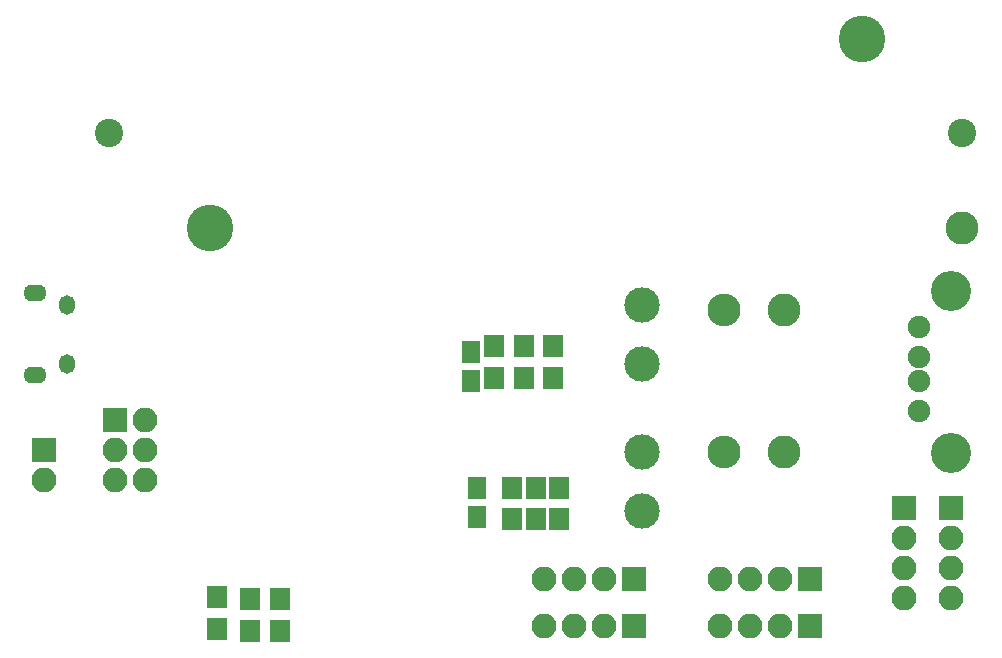
<source format=gbr>
G04 #@! TF.FileFunction,Soldermask,Bot*
%FSLAX46Y46*%
G04 Gerber Fmt 4.6, Leading zero omitted, Abs format (unit mm)*
G04 Created by KiCad (PCBNEW 4.0.7) date 11/27/17 19:20:33*
%MOMM*%
%LPD*%
G01*
G04 APERTURE LIST*
%ADD10C,0.100000*%
%ADD11R,1.650000X1.900000*%
%ADD12R,2.100000X2.100000*%
%ADD13O,2.100000X2.100000*%
%ADD14O,1.350000X1.650000*%
%ADD15O,1.950000X1.400000*%
%ADD16C,1.900000*%
%ADD17C,3.400000*%
%ADD18C,3.000000*%
%ADD19C,2.800000*%
%ADD20O,2.800000X2.800000*%
%ADD21R,1.700000X1.900000*%
%ADD22C,2.400000*%
%ADD23C,3.950000*%
%ADD24C,2.790000*%
G04 APERTURE END LIST*
D10*
D11*
X125500000Y-72500000D03*
X125500000Y-75000000D03*
X126000000Y-84000000D03*
X126000000Y-86500000D03*
D12*
X154250000Y-95750000D03*
D13*
X151710000Y-95750000D03*
X149170000Y-95750000D03*
X146630000Y-95750000D03*
D12*
X89400000Y-80800000D03*
D13*
X89400000Y-83340000D03*
D14*
X91350000Y-68500000D03*
X91350000Y-73500000D03*
D15*
X88650000Y-67500000D03*
X88650000Y-74500000D03*
D16*
X163500000Y-70430000D03*
X163500000Y-72970000D03*
X163500000Y-75000000D03*
X163500000Y-77540000D03*
D17*
X166170000Y-67380000D03*
X166170000Y-81100000D03*
D18*
X140000000Y-73500000D03*
X140000000Y-68500000D03*
X140000000Y-81000000D03*
X140000000Y-86000000D03*
D19*
X152000000Y-69000000D03*
D20*
X146920000Y-69000000D03*
D19*
X152000000Y-81000000D03*
D20*
X146920000Y-81000000D03*
D21*
X130000000Y-74700000D03*
X130000000Y-72000000D03*
X132500000Y-72000000D03*
X132500000Y-74700000D03*
X127500000Y-72000000D03*
X127500000Y-74700000D03*
X129000000Y-84000000D03*
X129000000Y-86700000D03*
X133000000Y-84000000D03*
X133000000Y-86700000D03*
X131000000Y-86700000D03*
X131000000Y-84000000D03*
X104000000Y-96000000D03*
X104000000Y-93300000D03*
X109400000Y-96150000D03*
X109400000Y-93450000D03*
X106800000Y-96150000D03*
X106800000Y-93450000D03*
D22*
X167110000Y-54000000D03*
X94890000Y-54000000D03*
D23*
X158600000Y-46000000D03*
X103400000Y-62000000D03*
D24*
X167110000Y-62000000D03*
D12*
X154250000Y-91750000D03*
D13*
X151710000Y-91750000D03*
X149170000Y-91750000D03*
X146630000Y-91750000D03*
D12*
X166200000Y-85720000D03*
D13*
X166200000Y-88260000D03*
X166200000Y-90800000D03*
X166200000Y-93340000D03*
D12*
X162200000Y-85720000D03*
D13*
X162200000Y-88260000D03*
X162200000Y-90800000D03*
X162200000Y-93340000D03*
D12*
X139330000Y-95750000D03*
D13*
X136790000Y-95750000D03*
X134250000Y-95750000D03*
X131710000Y-95750000D03*
D12*
X139330000Y-91750000D03*
D13*
X136790000Y-91750000D03*
X134250000Y-91750000D03*
X131710000Y-91750000D03*
D12*
X95400000Y-78260000D03*
D13*
X97940000Y-78260000D03*
X95400000Y-80800000D03*
X97940000Y-80800000D03*
X95400000Y-83340000D03*
X97940000Y-83340000D03*
M02*

</source>
